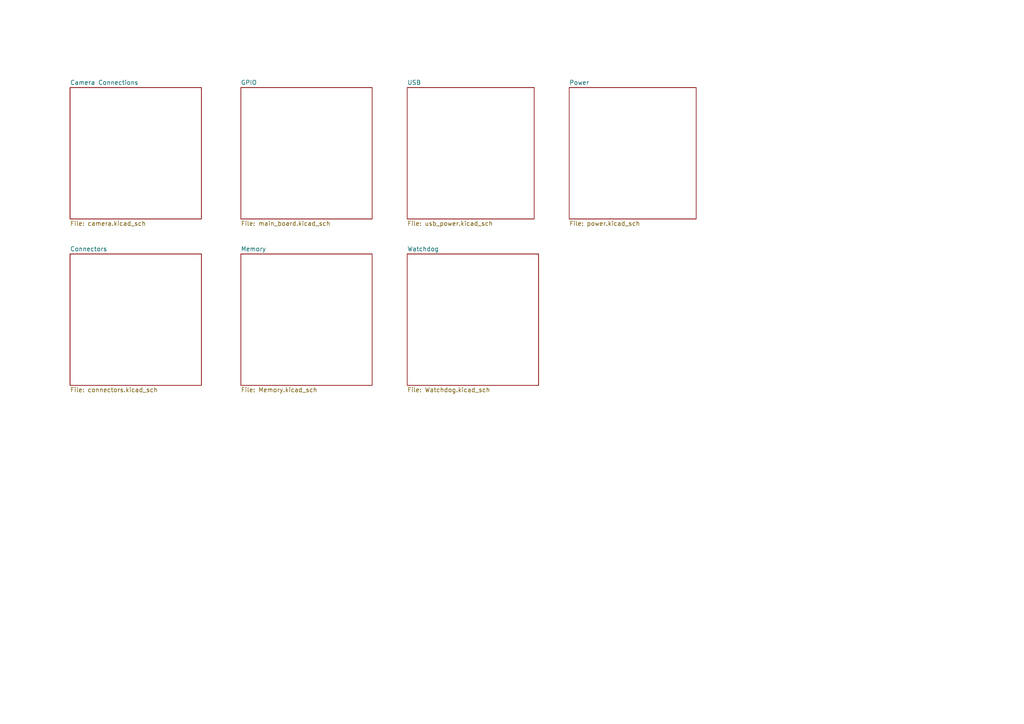
<source format=kicad_sch>
(kicad_sch
	(version 20250114)
	(generator "eeschema")
	(generator_version "9.0")
	(uuid "71433b47-5da5-4076-8337-db24de24111d")
	(paper "A4")
	(lib_symbols)
	(sheet
		(at 20.32 25.4)
		(size 38.1 38.1)
		(exclude_from_sim no)
		(in_bom yes)
		(on_board yes)
		(dnp no)
		(fields_autoplaced yes)
		(stroke
			(width 0.1524)
			(type solid)
		)
		(fill
			(color 0 0 0 0.0000)
		)
		(uuid "19163738-78a7-49a1-9ccf-ca00bee352cf")
		(property "Sheetname" "Camera Connections"
			(at 20.32 24.6884 0)
			(effects
				(font
					(size 1.27 1.27)
				)
				(justify left bottom)
			)
		)
		(property "Sheetfile" "camera.kicad_sch"
			(at 20.32 64.0846 0)
			(effects
				(font
					(size 1.27 1.27)
				)
				(justify left top)
			)
		)
		(instances
			(project "payload_board"
				(path "/71433b47-5da5-4076-8337-db24de24111d"
					(page "3")
				)
			)
		)
	)
	(sheet
		(at 165.1 25.4)
		(size 36.83 38.1)
		(exclude_from_sim no)
		(in_bom yes)
		(on_board yes)
		(dnp no)
		(fields_autoplaced yes)
		(stroke
			(width 0.1524)
			(type solid)
		)
		(fill
			(color 0 0 0 0.0000)
		)
		(uuid "5f137ca1-156b-44f2-9aab-8057626f0e3f")
		(property "Sheetname" "Power"
			(at 165.1 24.6884 0)
			(effects
				(font
					(size 1.27 1.27)
				)
				(justify left bottom)
			)
		)
		(property "Sheetfile" "power.kicad_sch"
			(at 165.1 64.0846 0)
			(effects
				(font
					(size 1.27 1.27)
				)
				(justify left top)
			)
		)
		(instances
			(project "payload_board"
				(path "/71433b47-5da5-4076-8337-db24de24111d"
					(page "5")
				)
			)
		)
	)
	(sheet
		(at 118.11 73.66)
		(size 38.1 38.1)
		(exclude_from_sim no)
		(in_bom yes)
		(on_board yes)
		(dnp no)
		(fields_autoplaced yes)
		(stroke
			(width 0.1524)
			(type solid)
		)
		(fill
			(color 0 0 0 0.0000)
		)
		(uuid "c2b48b5e-7e3e-4ae7-a166-35db00a9eadc")
		(property "Sheetname" "Watchdog"
			(at 118.11 72.9484 0)
			(effects
				(font
					(size 1.27 1.27)
				)
				(justify left bottom)
			)
		)
		(property "Sheetfile" "Watchdog.kicad_sch"
			(at 118.11 112.3446 0)
			(effects
				(font
					(size 1.27 1.27)
				)
				(justify left top)
			)
		)
		(instances
			(project "payload_board"
				(path "/71433b47-5da5-4076-8337-db24de24111d"
					(page "8")
				)
			)
		)
	)
	(sheet
		(at 118.11 25.4)
		(size 36.83 38.1)
		(exclude_from_sim no)
		(in_bom yes)
		(on_board yes)
		(dnp no)
		(fields_autoplaced yes)
		(stroke
			(width 0.1524)
			(type solid)
		)
		(fill
			(color 0 0 0 0.0000)
		)
		(uuid "c9420d13-2143-48ae-919e-fe4c6a914155")
		(property "Sheetname" "USB"
			(at 118.11 24.6884 0)
			(effects
				(font
					(size 1.27 1.27)
				)
				(justify left bottom)
			)
		)
		(property "Sheetfile" "usb_power.kicad_sch"
			(at 118.11 64.0846 0)
			(effects
				(font
					(size 1.27 1.27)
				)
				(justify left top)
			)
		)
		(instances
			(project "payload_board"
				(path "/71433b47-5da5-4076-8337-db24de24111d"
					(page "4")
				)
			)
		)
	)
	(sheet
		(at 69.85 73.66)
		(size 38.1 38.1)
		(exclude_from_sim no)
		(in_bom yes)
		(on_board yes)
		(dnp no)
		(fields_autoplaced yes)
		(stroke
			(width 0.1524)
			(type solid)
		)
		(fill
			(color 0 0 0 0.0000)
		)
		(uuid "d39326c5-0015-43e3-8b55-220854b7d8fc")
		(property "Sheetname" "Memory"
			(at 69.85 72.9484 0)
			(effects
				(font
					(size 1.27 1.27)
				)
				(justify left bottom)
			)
		)
		(property "Sheetfile" "Memory.kicad_sch"
			(at 69.85 112.3446 0)
			(effects
				(font
					(size 1.27 1.27)
				)
				(justify left top)
			)
		)
		(instances
			(project "payload_board"
				(path "/71433b47-5da5-4076-8337-db24de24111d"
					(page "7")
				)
			)
		)
	)
	(sheet
		(at 69.85 25.4)
		(size 38.1 38.1)
		(exclude_from_sim no)
		(in_bom yes)
		(on_board yes)
		(dnp no)
		(fields_autoplaced yes)
		(stroke
			(width 0.1524)
			(type solid)
		)
		(fill
			(color 0 0 0 0.0000)
		)
		(uuid "da7ba49c-3412-4550-983d-299a2a1d5655")
		(property "Sheetname" "GPIO"
			(at 69.85 24.6884 0)
			(effects
				(font
					(size 1.27 1.27)
				)
				(justify left bottom)
			)
		)
		(property "Sheetfile" "main_board.kicad_sch"
			(at 69.85 64.0846 0)
			(effects
				(font
					(size 1.27 1.27)
				)
				(justify left top)
			)
		)
		(instances
			(project "payload_board"
				(path "/71433b47-5da5-4076-8337-db24de24111d"
					(page "2")
				)
			)
		)
	)
	(sheet
		(at 20.32 73.66)
		(size 38.1 38.1)
		(exclude_from_sim no)
		(in_bom yes)
		(on_board yes)
		(dnp no)
		(fields_autoplaced yes)
		(stroke
			(width 0.1524)
			(type solid)
		)
		(fill
			(color 0 0 0 0.0000)
		)
		(uuid "f17ec2ce-9e65-4288-9122-23a6cdb660d3")
		(property "Sheetname" "Connectors"
			(at 20.32 72.9484 0)
			(effects
				(font
					(size 1.27 1.27)
				)
				(justify left bottom)
			)
		)
		(property "Sheetfile" "connectors.kicad_sch"
			(at 20.32 112.3446 0)
			(effects
				(font
					(size 1.27 1.27)
				)
				(justify left top)
			)
		)
		(instances
			(project "payload_board"
				(path "/71433b47-5da5-4076-8337-db24de24111d"
					(page "6")
				)
			)
		)
	)
	(sheet_instances
		(path "/"
			(page "1")
		)
	)
	(embedded_fonts no)
)

</source>
